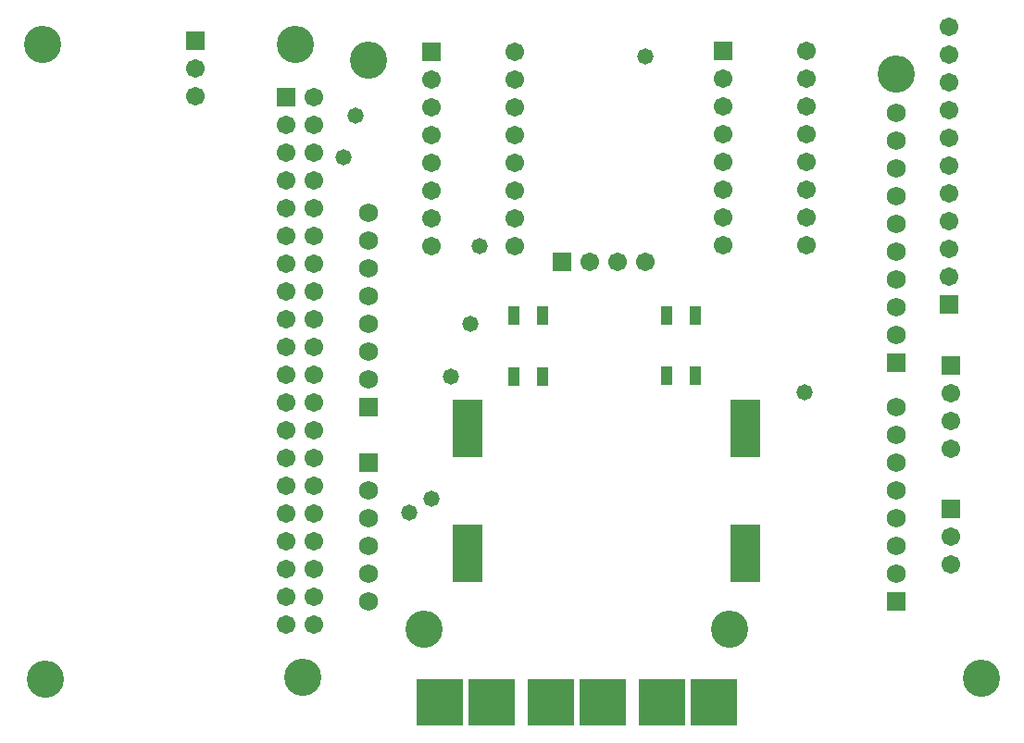
<source format=gts>
G04*
G04 #@! TF.GenerationSoftware,Altium Limited,Altium Designer,22.4.2 (48)*
G04*
G04 Layer_Color=8388736*
%FSLAX25Y25*%
%MOIN*%
G70*
G04*
G04 #@! TF.SameCoordinates,BB4B1E32-F115-428D-8FF9-27E3AA0A464A*
G04*
G04*
G04 #@! TF.FilePolarity,Negative*
G04*
G01*
G75*
%ADD17R,0.04343X0.06902*%
%ADD18C,0.06706*%
%ADD19R,0.06706X0.06706*%
%ADD20R,0.06706X0.06706*%
%ADD21R,0.10642X0.10642*%
%ADD22C,0.13398*%
%ADD23R,0.16548X0.16548*%
%ADD24R,0.06800X0.06800*%
%ADD25C,0.06800*%
%ADD26C,0.05800*%
D17*
X247716Y150500D02*
D03*
X237283D02*
D03*
X192717D02*
D03*
X182283D02*
D03*
X237283Y129000D02*
D03*
X247716D02*
D03*
X182283Y128500D02*
D03*
X192717D02*
D03*
D18*
X67500Y229500D02*
D03*
Y239500D02*
D03*
X209500Y170000D02*
D03*
X219500D02*
D03*
X229500D02*
D03*
X152500Y235500D02*
D03*
Y225500D02*
D03*
Y215500D02*
D03*
Y205500D02*
D03*
Y195500D02*
D03*
Y185500D02*
D03*
Y175500D02*
D03*
X182500Y245500D02*
D03*
Y235500D02*
D03*
Y225500D02*
D03*
Y215500D02*
D03*
Y205500D02*
D03*
Y195500D02*
D03*
Y185500D02*
D03*
Y175500D02*
D03*
X110284Y229169D02*
D03*
X100284Y219169D02*
D03*
X110284D02*
D03*
X100284Y209169D02*
D03*
X110284D02*
D03*
X100284Y199169D02*
D03*
X110284D02*
D03*
X100284Y189169D02*
D03*
X110284D02*
D03*
X100284Y179169D02*
D03*
X110284D02*
D03*
X100284Y169169D02*
D03*
X110284D02*
D03*
X100284Y159169D02*
D03*
X110284D02*
D03*
X100284Y149169D02*
D03*
X110284D02*
D03*
X100284Y139169D02*
D03*
X110284D02*
D03*
X100284Y129169D02*
D03*
X110284D02*
D03*
X100284Y119169D02*
D03*
X110284D02*
D03*
X100284Y109169D02*
D03*
X110284D02*
D03*
X100284Y99169D02*
D03*
X110284D02*
D03*
X100284Y89169D02*
D03*
X110284D02*
D03*
X100284Y79169D02*
D03*
X110284D02*
D03*
X100284Y69169D02*
D03*
X110284D02*
D03*
X100284Y59169D02*
D03*
X110284D02*
D03*
X100284Y49169D02*
D03*
X110284D02*
D03*
X100284Y39169D02*
D03*
X110284D02*
D03*
X287500Y176000D02*
D03*
Y186000D02*
D03*
Y196000D02*
D03*
Y206000D02*
D03*
Y216000D02*
D03*
Y226000D02*
D03*
Y236000D02*
D03*
Y246000D02*
D03*
X257500Y176000D02*
D03*
Y186000D02*
D03*
Y196000D02*
D03*
Y206000D02*
D03*
Y216000D02*
D03*
Y226000D02*
D03*
Y236000D02*
D03*
X339500Y71000D02*
D03*
Y61000D02*
D03*
Y102500D02*
D03*
Y112500D02*
D03*
Y122500D02*
D03*
X339000Y164500D02*
D03*
Y174500D02*
D03*
Y184500D02*
D03*
Y194500D02*
D03*
Y204500D02*
D03*
Y214500D02*
D03*
Y224500D02*
D03*
Y234500D02*
D03*
Y244500D02*
D03*
Y254500D02*
D03*
D19*
X67500Y249500D02*
D03*
X100284Y229169D02*
D03*
X339500Y81000D02*
D03*
Y132500D02*
D03*
X339000Y154500D02*
D03*
D20*
X199500Y170000D02*
D03*
X152500Y245500D02*
D03*
X257500Y246000D02*
D03*
D21*
X265500Y114992D02*
D03*
Y104992D02*
D03*
X165500Y115000D02*
D03*
Y105000D02*
D03*
Y60000D02*
D03*
Y70000D02*
D03*
X265500Y60000D02*
D03*
Y70000D02*
D03*
D22*
X106284Y20169D02*
D03*
X12784Y248169D02*
D03*
X103784D02*
D03*
X13784Y19669D02*
D03*
X350500Y20000D02*
D03*
X150000Y37500D02*
D03*
X260000D02*
D03*
X130000Y242500D02*
D03*
X320000Y237500D02*
D03*
D23*
X254276Y11200D02*
D03*
X214276D02*
D03*
X174276D02*
D03*
X155776D02*
D03*
X195776D02*
D03*
X235776D02*
D03*
D24*
X130000Y97500D02*
D03*
X320000Y133500D02*
D03*
Y47500D02*
D03*
X130000Y117500D02*
D03*
D25*
Y87500D02*
D03*
Y77500D02*
D03*
Y67500D02*
D03*
Y57500D02*
D03*
Y47500D02*
D03*
X320000Y143500D02*
D03*
Y153500D02*
D03*
Y163500D02*
D03*
Y173500D02*
D03*
Y183500D02*
D03*
Y193500D02*
D03*
Y203500D02*
D03*
Y213500D02*
D03*
Y223500D02*
D03*
Y77500D02*
D03*
Y87500D02*
D03*
Y97500D02*
D03*
Y107500D02*
D03*
Y117500D02*
D03*
Y57500D02*
D03*
Y67500D02*
D03*
X130000Y147500D02*
D03*
Y157500D02*
D03*
Y167500D02*
D03*
Y177500D02*
D03*
Y187500D02*
D03*
Y127500D02*
D03*
Y137500D02*
D03*
D26*
X287000Y123000D02*
D03*
X159500Y128500D02*
D03*
X121000Y207500D02*
D03*
X166500Y147500D02*
D03*
X170000Y175500D02*
D03*
X152500Y84500D02*
D03*
X144500Y79500D02*
D03*
X229500Y244000D02*
D03*
X125400Y222500D02*
D03*
M02*

</source>
